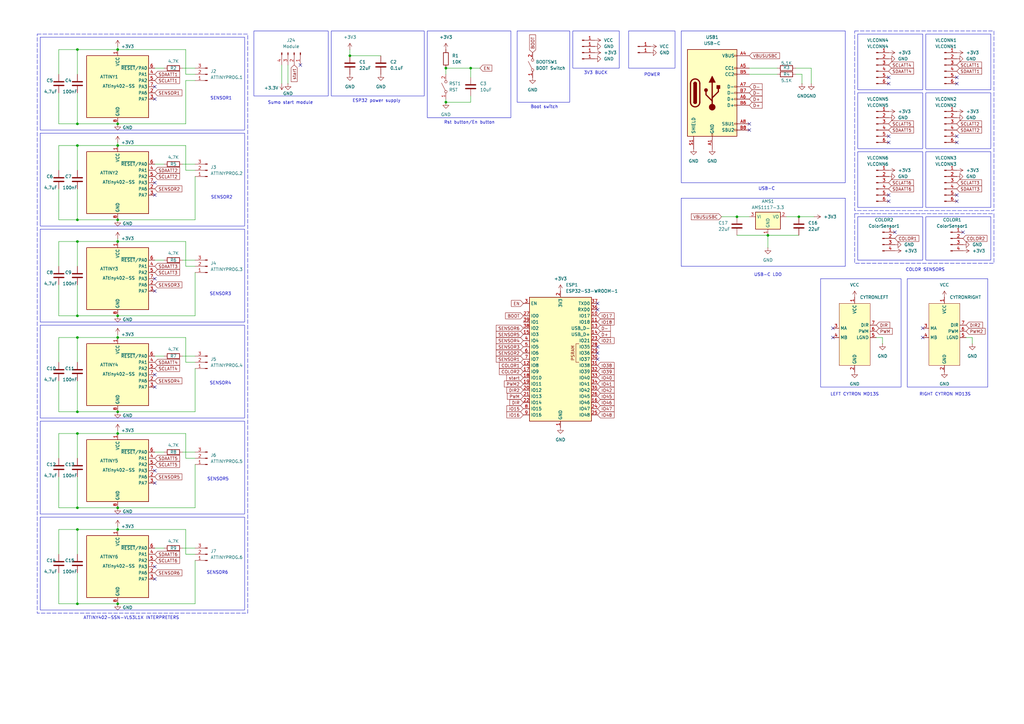
<source format=kicad_sch>
(kicad_sch (version 20250114) (generator "eeschema") (generator_version "9.0")
  (paper "A3")
  (lib_symbols
    (symbol "Connector:Conn_01x01_Pin" (pin_names (offset 1.016) (hide yes))
      (property "Reference" "J" (at 0 2.54 0))
      (property "Value" "Conn_01x01_Pin" (at 0 -2.54 0))
      (symbol "Conn_01x01_Pin_1_1"
        (pin passive line (at 5.08 0 180) (length 3.81) (name "Pin_1") (number "1"))
      )
    )
    (symbol "Connector:Conn_01x03_Pin" (pin_names (offset 1.016) (hide yes))
      (property "Reference" "J" (at 0 5.08 0))
      (property "Value" "Conn_01x03_Pin" (at 0 -5.08 0))
      (symbol "Conn_01x03_Pin_1_1"
        (pin passive line (at 5.08 2.54 180) (length 3.81) (name "Pin_1") (number "1"))
        (pin passive line (at 5.08 0 180) (length 3.81) (name "Pin_2") (number "2"))
        (pin passive line (at 5.08 -2.54 180) (length 3.81) (name "Pin_3") (number "3"))
      )
    )
    (symbol "Connector:Conn_01x04_Pin" (pin_names (offset 1.016) (hide yes))
      (property "Reference" "J" (at 0 5.08 0))
      (property "Value" "Conn_01x04_Pin" (at 0 -7.62 0))
      (symbol "Conn_01x04_Pin_1_1"
        (pin passive line (at 5.08 2.54 180) (length 3.81) (name "Pin_1") (number "1"))
        (pin passive line (at 5.08 0 180) (length 3.81) (name "Pin_2") (number "2"))
        (pin passive line (at 5.08 -2.54 180) (length 3.81) (name "Pin_3") (number "3"))
        (pin passive line (at 5.08 -5.08 180) (length 3.81) (name "Pin_4") (number "4"))
      )
    )
    (symbol "Connector:Conn_01x06_Pin" (pin_names (offset 1.016) (hide yes))
      (property "Reference" "J" (at 0 7.62 0))
      (property "Value" "Conn_01x06_Pin" (at 0 -10.16 0))
      (symbol "Conn_01x06_Pin_1_1"
        (pin passive line (at 5.08 5.08 180) (length 3.81) (name "Pin_1") (number "1"))
        (pin passive line (at 5.08 2.54 180) (length 3.81) (name "Pin_2") (number "2"))
        (pin passive line (at 5.08 0 180) (length 3.81) (name "Pin_3") (number "3"))
        (pin passive line (at 5.08 -2.54 180) (length 3.81) (name "Pin_4") (number "4"))
        (pin passive line (at 5.08 -5.08 180) (length 3.81) (name "Pin_5") (number "5"))
        (pin passive line (at 5.08 -7.62 180) (length 3.81) (name "Pin_6") (number "6"))
      )
    )
    (symbol "Connector:USB_C_Receptacle_USB2.0_16P" (pin_names (offset 1.016))
      (property "Reference" "J" (at 0 22.225 0))
      (property "Value" "USB_C_Receptacle_USB2.0_16P" (at 0 19.685 0))
      (symbol "USB_C_Receptacle_USB2.0_16P_1_1"
        (pin passive line (at -7.62 -22.86 90) (length 5.08) (name "SHIELD") (number "S1"))
        (pin passive line (at 0 -22.86 90) (length 5.08) (name "GND") (number "A1"))
        (pin passive line (at 0 -22.86 90) (length 5.08) (hide yes) (name "GND") (number "A12"))
        (pin passive line (at 0 -22.86 90) (length 5.08) (hide yes) (name "GND") (number "B1"))
        (pin passive line (at 0 -22.86 90) (length 5.08) (hide yes) (name "GND") (number "B12"))
        (pin passive line (at 15.24 15.24 180) (length 5.08) (name "VBUS") (number "A4"))
        (pin passive line (at 15.24 15.24 180) (length 5.08) (hide yes) (name "VBUS") (number "A9"))
        (pin passive line (at 15.24 15.24 180) (length 5.08) (hide yes) (name "VBUS") (number "B4"))
        (pin passive line (at 15.24 15.24 180) (length 5.08) (hide yes) (name "VBUS") (number "B9"))
        (pin bidirectional line (at 15.24 10.16 180) (length 5.08) (name "CC1") (number "A5"))
        (pin bidirectional line (at 15.24 7.62 180) (length 5.08) (name "CC2") (number "B5"))
        (pin bidirectional line (at 15.24 2.54 180) (length 5.08) (name "D-") (number "A7"))
        (pin bidirectional line (at 15.24 0 180) (length 5.08) (name "D-") (number "B7"))
        (pin bidirectional line (at 15.24 -2.54 180) (length 5.08) (name "D+") (number "A6"))
        (pin bidirectional line (at 15.24 -5.08 180) (length 5.08) (name "D+") (number "B6"))
        (pin bidirectional line (at 15.24 -12.7 180) (length 5.08) (name "SBU1") (number "A8"))
        (pin bidirectional line (at 15.24 -15.24 180) (length 5.08) (name "SBU2") (number "B8"))
      )
    )
    (symbol "Device:C" (pin_numbers (hide yes)) (pin_names (offset 0.254))
      (property "Reference" "C" (at 0.635 2.54 0))
      (property "Value" "C" (at 0.635 -2.54 0))
      (symbol "C_1_1"
        (pin passive line (at 0 3.81 270) (length 2.794) (name "~") (number "1"))
        (pin passive line (at 0 -3.81 90) (length 2.794) (name "~") (number "2"))
      )
    )
    (symbol "Device:R" (pin_numbers (hide yes)) (pin_names (offset 0))
      (property "Reference" "R" (at 2.032 0 90))
      (property "Value" "R" (at 0 0 90))
      (symbol "R_1_1"
        (pin passive line (at 0 3.81 270) (length 1.27) (name "~") (number "1"))
        (pin passive line (at 0 -3.81 90) (length 1.27) (name "~") (number "2"))
      )
    )
    (symbol "MCU_Microchip_ATtiny:ATtiny402-SS"
      (property "Reference" "U" (at -12.7 13.97 0))
      (property "Value" "ATtiny402-SS" (at 2.54 -13.97 0))
      (symbol "ATtiny402-SS_1_1"
        (pin power_in line (at 0 15.24 270) (length 2.54) (name "VCC") (number "1"))
        (pin power_in line (at 0 -15.24 90) (length 2.54) (name "GND") (number "8"))
        (pin bidirectional line (at 15.24 7.62 180) (length 2.54) (name "~{RESET}/PA0") (number "6"))
        (pin bidirectional line (at 15.24 5.08 180) (length 2.54) (name "PA1") (number "4"))
        (pin bidirectional line (at 15.24 2.54 180) (length 2.54) (name "PA2") (number "5"))
        (pin bidirectional line (at 15.24 0 180) (length 2.54) (name "PA3") (number "7"))
        (pin bidirectional line (at 15.24 -2.54 180) (length 2.54) (name "PA6") (number "2"))
        (pin bidirectional line (at 15.24 -5.08 180) (length 2.54) (name "PA7") (number "3"))
      )
    )
    (symbol "RF_Module:ESP32-S3-WROOM-1"
      (property "Reference" "U" (at -12.7 26.67 0))
      (property "Value" "ESP32-S3-WROOM-1" (at 12.7 26.67 0))
      (symbol "ESP32-S3-WROOM-1_0_0"
        (text "PSRAM" (at 5.08 2.54 900) (effects (font (size 1.27 1.27))))
      )
      (symbol "ESP32-S3-WROOM-1_1_1"
        (pin input line (at -15.24 22.86 0) (length 2.54) (name "EN") (number "3"))
        (pin bidirectional line (at -15.24 17.78 0) (length 2.54) (name "IO0") (number "27"))
        (pin bidirectional line (at -15.24 15.24 0) (length 2.54) (name "IO1") (number "39"))
        (pin bidirectional line (at -15.24 12.7 0) (length 2.54) (name "IO2") (number "38"))
        (pin bidirectional line (at -15.24 10.16 0) (length 2.54) (name "IO3") (number "15"))
        (pin bidirectional line (at -15.24 7.62 0) (length 2.54) (name "IO4") (number "4"))
        (pin bidirectional line (at -15.24 5.08 0) (length 2.54) (name "IO5") (number "5"))
        (pin bidirectional line (at -15.24 2.54 0) (length 2.54) (name "IO6") (number "6"))
        (pin bidirectional line (at -15.24 0 0) (length 2.54) (name "IO7") (number "7"))
        (pin bidirectional line (at -15.24 -2.54 0) (length 2.54) (name "IO8") (number "12"))
        (pin bidirectional line (at -15.24 -5.08 0) (length 2.54) (name "IO9") (number "17"))
        (pin bidirectional line (at -15.24 -7.62 0) (length 2.54) (name "IO10") (number "18"))
        (pin bidirectional line (at -15.24 -10.16 0) (length 2.54) (name "IO11") (number "19"))
        (pin bidirectional line (at -15.24 -12.7 0) (length 2.54) (name "IO12") (number "20"))
        (pin bidirectional line (at -15.24 -15.24 0) (length 2.54) (name "IO13") (number "21"))
        (pin bidirectional line (at -15.24 -17.78 0) (length 2.54) (name "IO14") (number "22"))
        (pin bidirectional line (at -15.24 -20.32 0) (length 2.54) (name "IO15") (number "8"))
        (pin bidirectional line (at -15.24 -22.86 0) (length 2.54) (name "IO16") (number "9"))
        (pin power_in line (at 0 27.94 270) (length 2.54) (name "3V3") (number "2"))
        (pin power_in line (at 0 -27.94 90) (length 2.54) (name "GND") (number "1"))
        (pin passive line (at 0 -27.94 90) (length 2.54) (hide yes) (name "GND") (number "40"))
        (pin passive line (at 0 -27.94 90) (length 2.54) (hide yes) (name "GND") (number "41"))
        (pin bidirectional line (at 15.24 22.86 180) (length 2.54) (name "TXD0") (number "37"))
        (pin bidirectional line (at 15.24 20.32 180) (length 2.54) (name "RXD0") (number "36"))
        (pin bidirectional line (at 15.24 17.78 180) (length 2.54) (name "IO17") (number "10"))
        (pin bidirectional line (at 15.24 15.24 180) (length 2.54) (name "IO18") (number "11"))
        (pin bidirectional line (at 15.24 12.7 180) (length 2.54) (name "USB_D-") (number "13"))
        (pin bidirectional line (at 15.24 10.16 180) (length 2.54) (name "USB_D+") (number "14"))
        (pin bidirectional line (at 15.24 7.62 180) (length 2.54) (name "IO21") (number "23"))
        (pin bidirectional line (at 15.24 5.08 180) (length 2.54) (name "IO35") (number "28"))
        (pin bidirectional line (at 15.24 2.54 180) (length 2.54) (name "IO36") (number "29"))
        (pin bidirectional line (at 15.24 0 180) (length 2.54) (name "IO37") (number "30"))
        (pin bidirectional line (at 15.24 -2.54 180) (length 2.54) (name "IO38") (number "31"))
        (pin bidirectional line (at 15.24 -5.08 180) (length 2.54) (name "IO39") (number "32"))
        (pin bidirectional line (at 15.24 -7.62 180) (length 2.54) (name "IO40") (number "33"))
        (pin bidirectional line (at 15.24 -10.16 180) (length 2.54) (name "IO41") (number "34"))
        (pin bidirectional line (at 15.24 -12.7 180) (length 2.54) (name "IO42") (number "35"))
        (pin bidirectional line (at 15.24 -15.24 180) (length 2.54) (name "IO45") (number "26"))
        (pin bidirectional line (at 15.24 -17.78 180) (length 2.54) (name "IO46") (number "16"))
        (pin bidirectional line (at 15.24 -20.32 180) (length 2.54) (name "IO47") (number "24"))
        (pin bidirectional line (at 15.24 -22.86 180) (length 2.54) (name "IO48") (number "25"))
      )
    )
    (symbol "Regulator_Linear:AMS1117-3.3"
      (property "Reference" "U" (at -3.81 3.175 0))
      (property "Value" "AMS1117-3.3" (at 0 3.175 0))
      (symbol "AMS1117-3.3_1_1"
        (pin power_in line (at -7.62 0 0) (length 2.54) (name "VI") (number "3"))
        (pin power_in line (at 0 -7.62 90) (length 2.54) (name "GND") (number "1"))
        (pin power_out line (at 7.62 0 180) (length 2.54) (name "VO") (number "2"))
      )
    )
    (symbol "SumoLibrary:MD13SCYT"
      (property "Reference" "U" (at 0 0 0))
      (symbol "MD13SCYT_1_1"
        (pin bidirectional line (at -8.89 2.54 0) (length 2.54) (name "MA") (number "3"))
        (pin bidirectional line (at -8.89 -1.27 0) (length 2.54) (name "MB") (number "4"))
        (pin power_in line (at 0 15.24 270) (length 2.54) (name "VCC") (number "1"))
        (pin power_in line (at 0 -15.24 90) (length 2.54) (name "GND") (number "2"))
        (pin bidirectional line (at 8.89 3.81 180) (length 2.54) (name "DIR") (number "7"))
        (pin bidirectional line (at 8.89 1.27 180) (length 2.54) (name "PWM") (number "6"))
        (pin bidirectional line (at 8.89 -1.27 180) (length 2.54) (name "LGND") (number "5"))
      )
    )
    (symbol "Switch:SW_SPST" (pin_names (offset 0) (hide yes))
      (property "Reference" "SW" (at 0 3.175 0))
      (property "Value" "SW_SPST" (at 0 -2.54 0))
      (symbol "SW_SPST_1_1"
        (pin passive line (at -5.08 0 0) (length 2.54) (name "A") (number "1"))
        (pin passive line (at 5.08 0 180) (length 2.54) (name "B") (number "2"))
      )
    )
    (symbol "power:+3.3V" (power) (pin_numbers (hide yes)) (pin_names (offset 0) (hide yes))
      (property "Value" "+3.3V" (at 0 3.556 0))
      (symbol "+3.3V_1_1"
        (pin power_in line (at 0 0 90) (length 0) (name "~") (number "1"))
      )
    )
    (symbol "power:+3V3" (power) (pin_numbers (hide yes)) (pin_names (offset 0) (hide yes))
      (property "Value" "+3V3" (at 0 3.556 0))
      (symbol "+3V3_1_1"
        (pin power_in line (at 0 0 90) (length 0) (name "~") (number "1"))
      )
    )
    (symbol "power:GND" (power) (pin_numbers (hide yes)) (pin_names (offset 0) (hide yes))
      (property "Value" "GND" (at 0 -3.81 0))
      (symbol "GND_1_1"
        (pin power_in line (at 0 0 270) (length 0) (name "~") (number "1"))
      )
    )
    (symbol "power:VCC" (power) (pin_numbers (hide yes)) (pin_names (offset 0) (hide yes))
      (property "Value" "VCC" (at 0 3.556 0))
      (symbol "VCC_1_1"
        (pin power_in line (at 0 0 90) (length 0) (name "~") (number "1"))
      )
    )
  )
  (rectangle (start 336.55 114.3) (end 369.57 158.75))
  (rectangle (start 379.73 62.23) (end 406.4 85.09))
  (rectangle (start 15.24 13.97) (end 101.6 251.46) (stroke (width 0) (type dash)))
  (rectangle (start 16.51 54.61) (end 100.33 92.71))
  (rectangle (start 135.89 12.7) (end 173.99 39.37))
  (rectangle (start 234.95 12.7) (end 254 27.94))
  (rectangle (start 257.81 12.7) (end 276.86 27.94))
  (rectangle (start 16.51 172.72) (end 100.33 210.82))
  (rectangle (start 379.73 88.9) (end 406.4 106.68))
  (rectangle (start 16.51 212.09) (end 100.33 250.19))
  (rectangle (start 351.79 13.97) (end 378.46 36.83))
  (rectangle (start 379.73 13.97) (end 406.4 36.83))
  (rectangle (start 279.4 12.7) (end 346.71 74.93))
  (rectangle (start 351.79 62.23) (end 378.46 85.09))
  (rectangle (start 212.09 12.7) (end 233.68 41.91))
  (rectangle (start 350.52 87.63) (end 407.67 107.95) (stroke (width 0) (type dash)))
  (rectangle (start 16.51 133.35) (end 100.33 171.45))
  (rectangle (start 175.26 12.7) (end 209.55 48.26))
  (rectangle (start 372.11 114.3) (end 405.13 158.75))
  (rectangle (start 350.52 12.7) (end 407.67 86.36) (stroke (width 0) (type dash)))
  (rectangle (start 351.79 38.1) (end 378.46 60.96))
  (rectangle (start 279.4 81.28) (end 346.71 109.22))
  (rectangle (start 16.51 93.98) (end 100.33 132.08))
  (rectangle (start 379.73 38.1) (end 406.4 60.96))
  (rectangle (start 351.79 88.9) (end 378.46 106.68))
  (rectangle (start 16.51 15.24) (end 100.33 53.34))
  (rectangle (start 104.14 12.7) (end 134.62 39.37))
  (text "ESP32 power supply\n" (at 154.432 41.402 0) (effects (font (size 1.27 1.27))))
  (text "POWER\n" (at 267.462 30.734 0) (effects (font (size 1.27 1.27))))
  (text "3V3 BUCK\n" (at 244.348 29.972 0) (effects (font (size 1.27 1.27))))
  (text "Rst button/En button\n" (at 192.532 50.292 0) (effects (font (size 1.27 1.27))))
  (text "USB-C LDO\n" (at 314.96 112.776 0) (effects (font (size 1.27 1.27))))
  (text "Sumo start module\n" (at 119.126 42.164 0) (effects (font (size 1.27 1.27))))
  (text "SENSOR5\n\n\n\n" (at 89.408 199.644 0) (effects (font (size 1.27 1.27))))
  (text "USB-C\n" (at 314.452 77.47 0) (effects (font (size 1.27 1.27))))
  (text "SENSOR4\n\n\n" (at 90.424 159.258 0) (effects (font (size 1.27 1.27))))
  (text "RIGHT CYTRON MD13S" (at 387.604 161.798 0) (effects (font (size 1.27 1.27))))
  (text "Boot switch\n" (at 223.266 43.942 0) (effects (font (size 1.27 1.27))))
  (text "LEFT CYTRON MD13S" (at 350.52 161.798 0) (effects (font (size 1.27 1.27))))
  (text "SENSOR1\n" (at 90.678 40.386 0) (effects (font (size 1.27 1.27))))
  (text "COLOR SENSORS\n" (at 379.476 110.744 0) (effects (font (size 1.27 1.27))))
  (text "ATTINY402-SSN-VL53L1X INTERPRETERS" (at 53.848 253.492 0) (effects (font (size 1.27 1.27))))
  (text "SENSOR2\n\n" (at 90.932 82.042 0) (effects (font (size 1.27 1.27))))
  (text "SENSOR6\n\n\n\n\n" (at 89.154 239.014 0) (effects (font (size 1.27 1.27))))
  (text "SENSOR3\n\n" (at 90.424 121.666 0) (effects (font (size 1.27 1.27))))
  (junction (at 48.26 59.69))
  (junction (at 31.75 50.8))
  (junction (at 31.75 208.28))
  (junction (at 48.26 129.54))
  (junction (at 182.88 41.91))
  (junction (at 182.88 27.94))
  (junction (at 48.26 20.32))
  (junction (at 31.75 217.17))
  (junction (at 31.75 247.65))
  (junction (at 48.26 208.28))
  (junction (at 31.75 59.69))
  (junction (at 327.66 88.9))
  (junction (at 31.75 177.8))
  (junction (at 48.26 99.06))
  (junction (at 31.75 90.17))
  (junction (at 48.26 138.43))
  (junction (at 48.26 217.17))
  (junction (at 31.75 20.32))
  (junction (at 48.26 90.17))
  (junction (at 31.75 168.91))
  (junction (at 193.04 27.94))
  (junction (at 31.75 138.43))
  (junction (at 48.26 177.8))
  (junction (at 31.75 99.06))
  (junction (at 48.26 168.91))
  (junction (at 143.51 22.86))
  (junction (at 48.26 50.8))
  (junction (at 48.26 247.65))
  (junction (at 302.26 88.9))
  (junction (at 31.75 129.54))
  (junction (at 314.96 96.52))
  (no_connect (at 63.5 237.49))
  (no_connect (at 364.49 82.55))
  (no_connect (at 364.49 31.75))
  (no_connect (at 245.11 124.46))
  (no_connect (at 394.97 95.25))
  (no_connect (at 245.11 147.32))
  (no_connect (at 341.63 134.62))
  (no_connect (at 378.46 134.62))
  (no_connect (at 63.5 119.38))
  (no_connect (at 63.5 80.01))
  (no_connect (at 123.19 26.67))
  (no_connect (at 367.03 95.25))
  (no_connect (at 245.11 142.24))
  (no_connect (at 245.11 144.78))
  (no_connect (at 364.49 58.42))
  (no_connect (at 392.43 58.42))
  (no_connect (at 63.5 198.12))
  (no_connect (at 63.5 114.3))
  (no_connect (at 307.34 50.8))
  (no_connect (at 378.46 138.43))
  (no_connect (at 392.43 80.01))
  (no_connect (at 245.11 127))
  (no_connect (at 307.34 53.34))
  (no_connect (at 392.43 82.55))
  (no_connect (at 63.5 193.04))
  (no_connect (at 63.5 40.64))
  (no_connect (at 341.63 138.43))
  (no_connect (at 364.49 34.29))
  (no_connect (at 364.49 80.01))
  (no_connect (at 392.43 31.75))
  (no_connect (at 63.5 35.56))
  (no_connect (at 63.5 158.75))
  (no_connect (at 63.5 232.41))
  (no_connect (at 63.5 74.93))
  (no_connect (at 392.43 34.29))
  (no_connect (at 392.43 55.88))
  (no_connect (at 63.5 153.67))
  (no_connect (at 364.49 55.88))
  (wire (pts (xy 48.26 59.69) (xy 76.2 59.69)))
  (wire (pts (xy 182.88 27.94) (xy 193.04 27.94)))
  (wire (pts (xy 48.26 177.8) (xy 76.2 177.8)))
  (wire (pts (xy 31.75 90.17) (xy 31.75 77.47)))
  (wire (pts (xy 182.88 41.91) (xy 182.88 40.64)))
  (wire (pts (xy 24.13 38.1) (xy 24.13 50.8)))
  (wire (pts (xy 24.13 69.85) (xy 24.13 59.69)))
  (wire (pts (xy 193.04 27.94) (xy 196.85 27.94)))
  (wire (pts (xy 24.13 217.17) (xy 31.75 217.17)))
  (wire (pts (xy 31.75 20.32) (xy 48.26 20.32)))
  (wire (pts (xy 143.51 22.86) (xy 156.21 22.86)))
  (wire (pts (xy 31.75 208.28) (xy 31.75 195.58)))
  (wire (pts (xy 31.75 168.91) (xy 31.75 156.21)))
  (wire (pts (xy 76.2 217.17) (xy 76.2 227.33)))
  (wire (pts (xy 24.13 99.06) (xy 31.75 99.06)))
  (wire (pts (xy 31.75 187.96) (xy 31.75 177.8)))
  (wire (pts (xy 63.5 185.42) (xy 67.31 185.42)))
  (wire (pts (xy 193.04 39.37) (xy 193.04 41.91)))
  (wire (pts (xy 31.75 148.59) (xy 31.75 138.43)))
  (wire (pts (xy 48.26 137.16) (xy 48.26 138.43)))
  (wire (pts (xy 80.01 90.17) (xy 80.01 72.39)))
  (wire (pts (xy 24.13 247.65) (xy 31.75 247.65)))
  (wire (pts (xy 31.75 217.17) (xy 48.26 217.17)))
  (wire (pts (xy 74.93 106.68) (xy 80.01 106.68)))
  (wire (pts (xy 24.13 109.22) (xy 24.13 99.06)))
  (wire (pts (xy 74.93 224.79) (xy 80.01 224.79)))
  (wire (pts (xy 48.26 97.79) (xy 48.26 99.06)))
  (wire (pts (xy 24.13 208.28) (xy 31.75 208.28)))
  (wire (pts (xy 182.88 30.48) (xy 182.88 27.94)))
  (wire (pts (xy 48.26 208.28) (xy 31.75 208.28)))
  (wire (pts (xy 24.13 148.59) (xy 24.13 138.43)))
  (wire (pts (xy 76.2 177.8) (xy 76.2 187.96)))
  (wire (pts (xy 48.26 168.91) (xy 31.75 168.91)))
  (wire (pts (xy 31.75 177.8) (xy 48.26 177.8)))
  (wire (pts (xy 63.5 27.94) (xy 67.31 27.94)))
  (wire (pts (xy 48.26 19.05) (xy 48.26 20.32)))
  (wire (pts (xy 115.57 26.67) (xy 115.57 34.29)))
  (wire (pts (xy 24.13 168.91) (xy 31.75 168.91)))
  (wire (pts (xy 48.26 90.17) (xy 80.01 90.17)))
  (wire (pts (xy 48.26 129.54) (xy 31.75 129.54)))
  (wire (pts (xy 24.13 129.54) (xy 31.75 129.54)))
  (wire (pts (xy 76.2 99.06) (xy 76.2 109.22)))
  (wire (pts (xy 302.26 88.9) (xy 307.34 88.9)))
  (wire (pts (xy 193.04 41.91) (xy 182.88 41.91)))
  (wire (pts (xy 143.51 20.32) (xy 143.51 22.86)))
  (wire (pts (xy 31.75 30.48) (xy 31.75 20.32)))
  (wire (pts (xy 31.75 50.8) (xy 31.75 38.1)))
  (wire (pts (xy 74.93 67.31) (xy 80.01 67.31)))
  (wire (pts (xy 326.39 27.94) (xy 332.74 27.94)))
  (wire (pts (xy 31.75 69.85) (xy 31.75 59.69)))
  (wire (pts (xy 24.13 50.8) (xy 31.75 50.8)))
  (wire (pts (xy 24.13 156.21) (xy 24.13 168.91)))
  (wire (pts (xy 31.75 247.65) (xy 31.75 234.95)))
  (wire (pts (xy 48.26 217.17) (xy 76.2 217.17)))
  (wire (pts (xy 295.91 88.9) (xy 302.26 88.9)))
  (wire (pts (xy 24.13 187.96) (xy 24.13 177.8)))
  (wire (pts (xy 302.26 96.52) (xy 314.96 96.52)))
  (wire (pts (xy 76.2 30.48) (xy 80.01 30.48)))
  (wire (pts (xy 48.26 215.9) (xy 48.26 217.17)))
  (wire (pts (xy 76.2 59.69) (xy 76.2 69.85)))
  (wire (pts (xy 118.11 34.29) (xy 118.11 26.67)))
  (wire (pts (xy 332.74 27.94) (xy 332.74 34.29)))
  (wire (pts (xy 63.5 146.05) (xy 67.31 146.05)))
  (wire (pts (xy 74.93 146.05) (xy 80.01 146.05)))
  (wire (pts (xy 48.26 20.32) (xy 76.2 20.32)))
  (wire (pts (xy 80.01 168.91) (xy 80.01 151.13)))
  (wire (pts (xy 24.13 90.17) (xy 31.75 90.17)))
  (wire (pts (xy 24.13 20.32) (xy 31.75 20.32)))
  (wire (pts (xy 80.01 247.65) (xy 80.01 229.87)))
  (wire (pts (xy 326.39 30.48) (xy 328.93 30.48)))
  (wire (pts (xy 24.13 116.84) (xy 24.13 129.54)))
  (wire (pts (xy 48.26 247.65) (xy 31.75 247.65)))
  (wire (pts (xy 24.13 77.47) (xy 24.13 90.17)))
  (wire (pts (xy 80.01 208.28) (xy 80.01 190.5)))
  (wire (pts (xy 31.75 59.69) (xy 48.26 59.69)))
  (wire (pts (xy 76.2 69.85) (xy 80.01 69.85)))
  (wire (pts (xy 80.01 33.02) (xy 76.2 33.02)))
  (wire (pts (xy 63.5 106.68) (xy 67.31 106.68)))
  (wire (pts (xy 24.13 234.95) (xy 24.13 247.65)))
  (wire (pts (xy 48.26 50.8) (xy 31.75 50.8)))
  (wire (pts (xy 24.13 177.8) (xy 31.75 177.8)))
  (wire (pts (xy 31.75 227.33) (xy 31.75 217.17)))
  (wire (pts (xy 48.26 168.91) (xy 80.01 168.91)))
  (wire (pts (xy 76.2 20.32) (xy 76.2 30.48)))
  (wire (pts (xy 24.13 195.58) (xy 24.13 208.28)))
  (wire (pts (xy 48.26 176.53) (xy 48.26 177.8)))
  (wire (pts (xy 48.26 99.06) (xy 76.2 99.06)))
  (wire (pts (xy 322.58 88.9) (xy 327.66 88.9)))
  (wire (pts (xy 318.77 27.94) (xy 307.34 27.94)))
  (wire (pts (xy 359.41 138.43) (xy 361.95 138.43)))
  (wire (pts (xy 76.2 33.02) (xy 76.2 50.8)))
  (wire (pts (xy 48.26 247.65) (xy 80.01 247.65)))
  (wire (pts (xy 314.96 96.52) (xy 314.96 101.6)))
  (wire (pts (xy 24.13 30.48) (xy 24.13 20.32)))
  (wire (pts (xy 318.77 30.48) (xy 307.34 30.48)))
  (wire (pts (xy 24.13 227.33) (xy 24.13 217.17)))
  (wire (pts (xy 48.26 58.42) (xy 48.26 59.69)))
  (wire (pts (xy 74.93 185.42) (xy 80.01 185.42)))
  (wire (pts (xy 76.2 109.22) (xy 80.01 109.22)))
  (wire (pts (xy 48.26 90.17) (xy 31.75 90.17)))
  (wire (pts (xy 193.04 27.94) (xy 193.04 31.75)))
  (wire (pts (xy 328.93 30.48) (xy 328.93 34.29)))
  (wire (pts (xy 361.95 138.43) (xy 361.95 140.97)))
  (wire (pts (xy 396.24 138.43) (xy 398.78 138.43)))
  (wire (pts (xy 63.5 224.79) (xy 67.31 224.79)))
  (wire (pts (xy 76.2 50.8) (xy 48.26 50.8)))
  (wire (pts (xy 74.93 27.94) (xy 80.01 27.94)))
  (wire (pts (xy 76.2 138.43) (xy 76.2 148.59)))
  (wire (pts (xy 76.2 148.59) (xy 80.01 148.59)))
  (wire (pts (xy 48.26 208.28) (xy 80.01 208.28)))
  (wire (pts (xy 31.75 138.43) (xy 48.26 138.43)))
  (wire (pts (xy 80.01 129.54) (xy 80.01 111.76)))
  (wire (pts (xy 24.13 59.69) (xy 31.75 59.69)))
  (wire (pts (xy 24.13 138.43) (xy 31.75 138.43)))
  (wire (pts (xy 76.2 227.33) (xy 80.01 227.33)))
  (wire (pts (xy 314.96 96.52) (xy 327.66 96.52)))
  (wire (pts (xy 398.78 138.43) (xy 398.78 140.97)))
  (wire (pts (xy 31.75 109.22) (xy 31.75 99.06)))
  (wire (pts (xy 48.26 138.43) (xy 76.2 138.43)))
  (wire (pts (xy 31.75 99.06) (xy 48.26 99.06)))
  (wire (pts (xy 76.2 187.96) (xy 80.01 187.96)))
  (wire (pts (xy 31.75 129.54) (xy 31.75 116.84)))
  (wire (pts (xy 63.5 67.31) (xy 67.31 67.31)))
  (wire (pts (xy 327.66 88.9) (xy 334.01 88.9)))
  (wire (pts (xy 48.26 129.54) (xy 80.01 129.54)))
  (global_label "D+" (shape input) (at 307.34 43.18 0) (property "Intersheetrefs" "${INTERSHEET_REFS}" (effects (hide yes))))
  (global_label "COLOR1" (shape input) (at 214.63 149.86 180) (property "Intersheetrefs" "${INTERSHEET_REFS}" (effects (hide yes))))
  (global_label "SDAATT3" (shape input) (at 392.43 77.47 0) (property "Intersheetrefs" "${INTERSHEET_REFS}" (effects (hide yes))))
  (global_label "SENSOR1" (shape input) (at 214.63 147.32 180) (property "Intersheetrefs" "${INTERSHEET_REFS}" (effects (hide yes))))
  (global_label "SENSOR4" (shape input) (at 214.63 139.7 180) (property "Intersheetrefs" "${INTERSHEET_REFS}" (effects (hide yes))))
  (global_label "SENSOR2" (shape input) (at 214.63 144.78 180) (property "Intersheetrefs" "${INTERSHEET_REFS}" (effects (hide yes))))
  (global_label "start" (shape input) (at 214.63 154.94 180) (property "Intersheetrefs" "${INTERSHEET_REFS}" (effects (hide yes))))
  (global_label "IO15" (shape input) (at 214.63 167.64 180) (property "Intersheetrefs" "${INTERSHEET_REFS}" (effects (hide yes))))
  (global_label "SCLATT4" (shape input) (at 364.49 26.67 0) (property "Intersheetrefs" "${INTERSHEET_REFS}" (effects (hide yes))))
  (global_label "IO21" (shape input) (at 245.11 139.7 0) (property "Intersheetrefs" "${INTERSHEET_REFS}" (effects (hide yes))))
  (global_label "SCLATT4" (shape input) (at 63.5 151.13 0) (property "Intersheetrefs" "${INTERSHEET_REFS}" (effects (hide yes))))
  (global_label "SCLATT3" (shape input) (at 392.43 74.93 0) (property "Intersheetrefs" "${INTERSHEET_REFS}" (effects (hide yes))))
  (global_label "SDAATT4" (shape input) (at 364.49 29.21 0) (property "Intersheetrefs" "${INTERSHEET_REFS}" (effects (hide yes))))
  (global_label "SCLATT6" (shape input) (at 364.49 74.93 0) (property "Intersheetrefs" "${INTERSHEET_REFS}" (effects (hide yes))))
  (global_label "D+" (shape input) (at 245.11 137.16 0) (property "Intersheetrefs" "${INTERSHEET_REFS}" (effects (hide yes))))
  (global_label "D+" (shape input) (at 307.34 40.64 0) (property "Intersheetrefs" "${INTERSHEET_REFS}" (effects (hide yes))))
  (global_label "IO45" (shape input) (at 245.11 162.56 0) (property "Intersheetrefs" "${INTERSHEET_REFS}" (effects (hide yes))))
  (global_label "IO42" (shape input) (at 245.11 160.02 0) (property "Intersheetrefs" "${INTERSHEET_REFS}" (effects (hide yes))))
  (global_label "SCLATT3" (shape input) (at 63.5 111.76 0) (property "Intersheetrefs" "${INTERSHEET_REFS}" (effects (hide yes))))
  (global_label "SCLATT2" (shape input) (at 63.5 72.39 0) (property "Intersheetrefs" "${INTERSHEET_REFS}" (effects (hide yes))))
  (global_label "SCLATT1" (shape input) (at 63.5 33.02 0) (property "Intersheetrefs" "${INTERSHEET_REFS}" (effects (hide yes))))
  (global_label "IO39" (shape input) (at 245.11 152.4 0) (property "Intersheetrefs" "${INTERSHEET_REFS}" (effects (hide yes))))
  (global_label "SENSOR6" (shape input) (at 63.5 234.95 0) (property "Intersheetrefs" "${INTERSHEET_REFS}" (effects (hide yes))))
  (global_label "SCLATT1" (shape input) (at 392.43 26.67 0) (property "Intersheetrefs" "${INTERSHEET_REFS}" (effects (hide yes))))
  (global_label "DIR" (shape input) (at 214.63 165.1 180) (property "Intersheetrefs" "${INTERSHEET_REFS}" (effects (hide yes))))
  (global_label "SDAATT5" (shape input) (at 364.49 53.34 0) (property "Intersheetrefs" "${INTERSHEET_REFS}" (effects (hide yes))))
  (global_label "SDAATT2" (shape input) (at 392.43 53.34 0) (property "Intersheetrefs" "${INTERSHEET_REFS}" (effects (hide yes))))
  (global_label "PWM" (shape input) (at 214.63 162.56 180) (property "Intersheetrefs" "${INTERSHEET_REFS}" (effects (hide yes))))
  (global_label "PWM2" (shape input) (at 214.63 157.48 180) (property "Intersheetrefs" "${INTERSHEET_REFS}" (effects (hide yes))))
  (global_label "IO40" (shape input) (at 245.11 154.94 0) (property "Intersheetrefs" "${INTERSHEET_REFS}" (effects (hide yes))))
  (global_label "VBUSUSBC" (shape input) (at 295.91 88.9 180) (property "Intersheetrefs" "${INTERSHEET_REFS}" (effects (hide yes))))
  (global_label "SDAATT6" (shape input) (at 63.5 227.33 0) (property "Intersheetrefs" "${INTERSHEET_REFS}" (effects (hide yes))))
  (global_label "SDAATT4" (shape input) (at 63.5 148.59 0) (property "Intersheetrefs" "${INTERSHEET_REFS}" (effects (hide yes))))
  (global_label "IO18" (shape input) (at 245.11 132.08 0) (property "Intersheetrefs" "${INTERSHEET_REFS}" (effects (hide yes))))
  (global_label "D-" (shape input) (at 307.34 38.1 0) (property "Intersheetrefs" "${INTERSHEET_REFS}" (effects (hide yes))))
  (global_label "SENSOR4" (shape input) (at 63.5 156.21 0) (property "Intersheetrefs" "${INTERSHEET_REFS}" (effects (hide yes))))
  (global_label "IO17" (shape input) (at 245.11 129.54 0) (property "Intersheetrefs" "${INTERSHEET_REFS}" (effects (hide yes))))
  (global_label "D-" (shape input) (at 245.11 134.62 0) (property "Intersheetrefs" "${INTERSHEET_REFS}" (effects (hide yes))))
  (global_label "IO16" (shape input) (at 214.63 170.18 180) (property "Intersheetrefs" "${INTERSHEET_REFS}" (effects (hide yes))))
  (global_label "SDAATT1" (shape input) (at 392.43 29.21 0) (property "Intersheetrefs" "${INTERSHEET_REFS}" (effects (hide yes))))
  (global_label "SCLATT2" (shape input) (at 392.43 50.8 0) (property "Intersheetrefs" "${INTERSHEET_REFS}" (effects (hide yes))))
  (global_label "BOOT" (shape input) (at 218.44 21.59 90) (property "Intersheetrefs" "${INTERSHEET_REFS}" (effects (hide yes))))
  (global_label "IO41" (shape input) (at 245.11 157.48 0) (property "Intersheetrefs" "${INTERSHEET_REFS}" (effects (hide yes))))
  (global_label "IO38" (shape input) (at 245.11 149.86 0) (property "Intersheetrefs" "${INTERSHEET_REFS}" (effects (hide yes))))
  (global_label "SDAATT6" (shape input) (at 364.49 77.47 0) (property "Intersheetrefs" "${INTERSHEET_REFS}" (effects (hide yes))))
  (global_label "SCLATT5" (shape input) (at 63.5 190.5 0) (property "Intersheetrefs" "${INTERSHEET_REFS}" (effects (hide yes))))
  (global_label "IO47" (shape input) (at 245.11 167.64 0) (property "Intersheetrefs" "${INTERSHEET_REFS}" (effects (hide yes))))
  (global_label "SENSOR5" (shape input) (at 63.5 195.58 0) (property "Intersheetrefs" "${INTERSHEET_REFS}" (effects (hide yes))))
  (global_label "SDAATT1" (shape input) (at 63.5 30.48 0) (property "Intersheetrefs" "${INTERSHEET_REFS}" (effects (hide yes))))
  (global_label "SENSOR6" (shape input) (at 214.63 134.62 180) (property "Intersheetrefs" "${INTERSHEET_REFS}" (effects (hide yes))))
  (global_label "IO46" (shape input) (at 245.11 165.1 0) (property "Intersheetrefs" "${INTERSHEET_REFS}" (effects (hide yes))))
  (global_label "BOOT" (shape input) (at 214.63 129.54 180) (property "Intersheetrefs" "${INTERSHEET_REFS}" (effects (hide yes))))
  (global_label "SENSOR5" (shape input) (at 214.63 137.16 180) (property "Intersheetrefs" "${INTERSHEET_REFS}" (effects (hide yes))))
  (global_label "PWM2" (shape input) (at 396.24 135.89 0) (property "Intersheetrefs" "${INTERSHEET_REFS}" (effects (hide yes))))
  (global_label "SDAATT5" (shape input) (at 63.5 187.96 0) (property "Intersheetrefs" "${INTERSHEET_REFS}" (effects (hide yes))))
  (global_label "SENSOR3" (shape input) (at 214.63 142.24 180) (property "Intersheetrefs" "${INTERSHEET_REFS}" (effects (hide yes))))
  (global_label "SDAATT3" (shape input) (at 63.5 109.22 0) (property "Intersheetrefs" "${INTERSHEET_REFS}" (effects (hide yes))))
  (global_label "SCLATT6" (shape input) (at 63.5 229.87 0) (property "Intersheetrefs" "${INTERSHEET_REFS}" (effects (hide yes))))
  (global_label "D-" (shape input) (at 307.34 35.56 0) (property "Intersheetrefs" "${INTERSHEET_REFS}" (effects (hide yes))))
  (global_label "IO48" (shape input) (at 245.11 170.18 0) (property "Intersheetrefs" "${INTERSHEET_REFS}" (effects (hide yes))))
  (global_label "VBUSUSBC" (shape input) (at 307.34 22.86 0) (property "Intersheetrefs" "${INTERSHEET_REFS}" (effects (hide yes))))
  (global_label "DIR" (shape input) (at 359.41 133.35 0) (property "Intersheetrefs" "${INTERSHEET_REFS}" (effects (hide yes))))
  (global_label "PWM" (shape input) (at 359.41 135.89 0) (property "Intersheetrefs" "${INTERSHEET_REFS}" (effects (hide yes))))
  (global_label "start" (shape input) (at 120.65 26.67 270) (property "Intersheetrefs" "${INTERSHEET_REFS}" (effects (hide yes))))
  (global_label "COLOR2" (shape input) (at 214.63 152.4 180) (property "Intersheetrefs" "${INTERSHEET_REFS}" (effects (hide yes))))
  (global_label "DIR2" (shape input) (at 396.24 133.35 0) (property "Intersheetrefs" "${INTERSHEET_REFS}" (effects (hide yes))))
  (global_label "DIR2" (shape input) (at 214.63 160.02 180) (property "Intersheetrefs" "${INTERSHEET_REFS}" (effects (hide yes))))
  (global_label "COLOR1" (shape input) (at 367.03 97.79 0) (property "Intersheetrefs" "${INTERSHEET_REFS}" (effects (hide yes))))
  (global_label "EN" (shape input) (at 214.63 124.46 180) (property "Intersheetrefs" "${INTERSHEET_REFS}" (effects (hide yes))))
  (global_label "SENSOR2" (shape input) (at 63.5 77.47 0) (property "Intersheetrefs" "${INTERSHEET_REFS}" (effects (hide yes))))
  (global_label "SENSOR3" (shape input) (at 63.5 116.84 0) (property "Intersheetrefs" "${INTERSHEET_REFS}" (effects (hide yes))))
  (global_label "SENSOR1" (shape input) (at 63.5 38.1 0) (property "Intersheetrefs" "${INTERSHEET_REFS}" (effects (hide yes))))
  (global_label "SDAATT2" (shape input) (at 63.5 69.85 0) (property "Intersheetrefs" "${INTERSHEET_REFS}" (effects (hide yes))))
  (global_label "SCLATT5" (shape input) (at 364.49 50.8 0) (property "Intersheetrefs" "${INTERSHEET_REFS}" (effects (hide yes))))
  (global_label "EN" (shape input) (at 196.85 27.94 0) (property "Intersheetrefs" "${INTERSHEET_REFS}" (effects (hide yes))))
  (global_label "COLOR2" (shape input) (at 394.97 97.79 0) (property "Intersheetrefs" "${INTERSHEET_REFS}" (effects (hide yes))))
  (symbol (lib_id "power:+3V3") (at 392.43 69.85 270) (unit 1)
    (property "Reference" "#PWR022" (effects (hide yes)))
    (property "Value" "+3V3" (at 396.24 69.8499 90) (effects (justify left)))
    (property "Description" "Power symbol creates a global label with name \"+3V3\"" (effects (hide yes)))
  )
  (symbol (lib_id "Connector:Conn_01x03_Pin") (at 85.09 30.48 180) (unit 1)
    (property "Reference" "J2" (at 86.36 29.2099 0) (effects (justify right)))
    (property "Value" "ATTINYPROG.1" (at 86.36 31.7499 0) (effects (justify right)))
    (property "Footprint" "Connector_JST:JST_EH_B3B-EH-A_1x03_P2.50mm_Vertical" (effects (hide yes)))
    (property "Description" "Generic connector, single row, 01x03, script generated" (effects (hide yes)))
  )
  (symbol (lib_id "power:GND") (at 328.93 34.29 0) (unit 1)
    (property "Reference" "#PWR01" (effects (hide yes)))
    (property "Value" "GND" (at 328.93 39.37 0))
    (property "Description" "Power symbol creates a global label with name \"GND\" , ground" (effects (hide yes)))
  )
  (symbol (lib_id "power:+3V3") (at 48.26 176.53 0) (unit 1)
    (property "Reference" "#PWR036" (effects (hide yes)))
    (property "Value" "+3V3" (at 52.324 176.53 0))
    (property "Description" "Power symbol creates a global label with name \"+3V3\"" (effects (hide yes)))
  )
  (symbol (lib_id "Device:C") (at 302.26 92.71 0) (unit 1)
    (property "Reference" "C17" (at 294.64 91.44 0) (effects (justify left)))
    (property "Value" "22uF" (at 294.64 93.98 0) (effects (justify left)))
    (property "Footprint" "Capacitor_SMD:C_0805_2012Metric" (effects (hide yes)))
    (property "Description" "Unpolarized capacitor" (effects (hide yes)))
  )
  (symbol (lib_id "power:GND") (at 314.96 101.6 0) (unit 1)
    (property "Reference" "#PWR055" (effects (hide yes)))
    (property "Value" "GND" (at 314.96 106.68 0))
    (property "Description" "Power symbol creates a global label with name \"GND\" , ground" (effects (hide yes)))
  )
  (symbol (lib_id "Regulator_Linear:AMS1117-3.3") (at 314.96 88.9 0) (unit 1)
    (property "Reference" "AMS1" (at 314.96 82.55 0))
    (property "Value" "AMS1117-3.3" (at 314.96 85.09 0))
    (property "Footprint" "Package_TO_SOT_SMD:SOT-223-3_TabPin2" (effects (hide yes)))
    (property "Datasheet" "http://www.advanced-monolithic.com/pdf/ds1117.pdf" (effects (hide yes)))
    (property "Description" "1A Low Dropout regulator, positive, 3.3V fixed output, SOT-223" (effects (hide yes)))
  )
  (symbol (lib_id "Device:C") (at 327.66 92.71 0) (unit 1)
    (property "Reference" "C16" (at 331.47 91.4399 0) (effects (justify left)))
    (property "Value" "22uF" (at 331.47 93.9799 0) (effects (justify left)))
    (property "Footprint" "Capacitor_SMD:C_0805_2012Metric" (effects (hide yes)))
    (property "Description" "Unpolarized capacitor" (effects (hide yes)))
  )
  (symbol (lib_id "power:+3V3") (at 48.26 19.05 0) (unit 1)
    (property "Reference" "#PWR032" (effects (hide yes)))
    (property "Value" "+3V3" (at 52.324 19.05 0))
    (property "Description" "Power symbol creates a global label with name \"+3V3\"" (effects (hide yes)))
  )
  (symbol (lib_id "Device:R") (at 322.58 27.94 90) (unit 1)
    (property "Reference" "R3" (at 322.58 27.686 90))
    (property "Value" "5.1K" (at 322.58 25.908 90))
    (property "Footprint" "Resistor_SMD:R_0805_2012Metric" (effects (hide yes)))
    (property "Description" "Resistor" (effects (hide yes)))
  )
  (symbol (lib_id "power:+3V3") (at 367.03 102.87 270) (unit 1)
    (property "Reference" "#PWR038" (effects (hide yes)))
    (property "Value" "+3V3" (at 370.84 102.8699 90) (effects (justify left)))
    (property "Description" "Power symbol creates a global label with name \"+3V3\"" (effects (hide yes)))
  )
  (symbol (lib_id "MCU_Microchip_ATtiny:ATtiny402-SS") (at 48.26 114.3 0) (unit 1)
    (property "Reference" "ATTINY3" (at 48.514 110.236 0) (effects (justify right)))
    (property "Value" "ATtiny402-SS" (at 55.372 114.046 0) (effects (justify right)))
    (property "Footprint" "Package_SO:SOIC-8_3.9x4.9mm_P1.27mm" (effects (hide yes)))
    (property "Datasheet" "http://ww1.microchip.com/downloads/en/DeviceDoc/ATtiny202-402-AVR-MCU-with-Core-Independent-Peripherals_and-picoPower-40001969A.pdf" (effects (hide yes)))
    (property "Description" "20MHz, 4kB Flash, 256B SRAM, 128B EEPROM, SOIC-8" (effects (hide yes)))
  )
  (symbol (lib_id "power:GND") (at 392.43 24.13 90) (unit 1)
    (property "Reference" "#PWR027" (effects (hide yes)))
    (property "Value" "GND" (at 396.24 24.1299 90) (effects (justify right)))
    (property "Description" "Power symbol creates a global label with name \"GND\" , ground" (effects (hide yes)))
  )
  (symbol (lib_id "Connector:Conn_01x06_Pin") (at 387.35 74.93 0) (unit 1)
    (property "Reference" "VLCONN3" (at 387.985 64.77 0))
    (property "Value" "VLCONN3" (at 387.985 67.31 0))
    (property "Footprint" "Connector_JST:JST_EH_B6B-EH-A_1x06_P2.50mm_Vertical" (effects (hide yes)))
    (property "Description" "Generic connector, single row, 01x06, script generated" (effects (hide yes)))
  )
  (symbol (lib_id "Connector:Conn_01x03_Pin") (at 85.09 227.33 180) (unit 1)
    (property "Reference" "J7" (at 86.36 226.0599 0) (effects (justify right)))
    (property "Value" "ATTINYPROG.6" (at 86.36 228.5999 0) (effects (justify right)))
    (property "Footprint" "Connector_JST:JST_EH_B3B-EH-A_1x03_P2.50mm_Vertical" (effects (hide yes)))
    (property "Description" "Generic connector, single row, 01x03, script generated" (effects (hide yes)))
  )
  (symbol (lib_id "Device:R") (at 71.12 185.42 90) (unit 1)
    (property "Reference" "R8" (at 71.12 185.42 90))
    (property "Value" "4.7K" (at 71.12 182.626 90))
    (property "Footprint" "Resistor_SMD:R_0805_2012Metric" (effects (hide yes)))
    (property "Description" "Resistor" (effects (hide yes)))
  )
  (symbol (lib_id "Device:C") (at 31.75 73.66 0) (unit 1)
    (property "Reference" "C7" (at 26.67 72.39 0) (effects (justify left)))
    (property "Value" "100nF" (at 25.654 76.962 0) (effects (justify left)))
    (property "Footprint" "Capacitor_SMD:C_0805_2012Metric" (effects (hide yes)))
    (property "Description" "Unpolarized capacitor" (effects (hide yes)))
  )
  (symbol (lib_id "Switch:SW_SPST") (at 182.88 35.56 90) (unit 1)
    (property "Reference" "RST1" (at 184.15 34.2899 90) (effects (justify right)))
    (property "Value" "RST" (at 184.15 36.8299 90) (effects (justify right)))
    (property "Footprint" "Button_Switch_SMD:SW_SPST_FSMSM" (effects (hide yes)))
    (property "Description" "Single Pole Single Throw (SPST) switch" (effects (hide yes)))
  )
  (symbol (lib_id "MCU_Microchip_ATtiny:ATtiny402-SS") (at 48.26 74.93 0) (unit 1)
    (property "Reference" "ATTINY2" (at 48.514 70.866 0) (effects (justify right)))
    (property "Value" "ATtiny402-SS" (at 55.372 74.676 0) (effects (justify right)))
    (property "Footprint" "Package_SO:SOIC-8_3.9x4.9mm_P1.27mm" (effects (hide yes)))
    (property "Datasheet" "http://ww1.microchip.com/downloads/en/DeviceDoc/ATtiny202-402-AVR-MCU-with-Core-Independent-Peripherals_and-picoPower-40001969A.pdf" (effects (hide yes)))
    (property "Description" "20MHz, 4kB Flash, 256B SRAM, 128B EEPROM, SOIC-8" (effects (hide yes)))
  )
  (symbol (lib_id "Connector:Conn_01x06_Pin") (at 359.41 74.93 0) (unit 1)
    (property "Reference" "VLCONN6" (at 360.045 64.77 0))
    (property "Value" "VLCONN6" (at 360.045 67.31 0))
    (property "Footprint" "Connector_JST:JST_EH_B6B-EH-A_1x06_P2.50mm_Vertical" (effects (hide yes)))
    (property "Description" "Generic connector, single row, 01x06, script generated" (effects (hide yes)))
  )
  (symbol (lib_id "Device:C") (at 31.75 231.14 0) (unit 1)
    (property "Reference" "C15" (at 26.67 229.87 0) (effects (justify left)))
    (property "Value" "100nF" (at 25.654 234.442 0) (effects (justify left)))
    (property "Footprint" "Capacitor_SMD:C_0805_2012Metric" (effects (hide yes)))
    (property "Description" "Unpolarized capacitor" (effects (hide yes)))
  )
  (symbol (lib_id "power:GND") (at 292.1 60.96 0) (unit 1)
    (property "Reference" "#PWR03" (effects (hide yes)))
    (property "Value" "GND" (at 292.1 66.04 0))
    (property "Description" "Power symbol creates a global label with name \"GND\" , ground" (effects (hide yes)))
  )
  (symbol (lib_id "SumoLibrary:MD13SCYT") (at 387.35 137.16 0) (unit 1)
    (property "Reference" "Left-Cytron1" (effects (hide yes)))
    (property "Value" "CYTRONRIGHT" (at 389.4933 121.92 0) (effects (justify left)))
    (property "Footprint" "SumoLibrary:MD13S-Poprawione" (effects (hide yes)))
  )
  (symbol (lib_id "power:+3.3V") (at 115.57 34.29 180) (unit 1)
    (property "Reference" "#PWR042" (effects (hide yes)))
    (property "Value" "+3.3V" (at 111.252 36.068 0))
    (property "Description" "Power symbol creates a global label with name \"+3.3V\"" (effects (hide yes)))
  )
  (symbol (lib_id "Device:C") (at 31.75 191.77 0) (unit 1)
    (property "Reference" "C13" (at 26.67 190.5 0) (effects (justify left)))
    (property "Value" "100nF" (at 25.654 195.072 0) (effects (justify left)))
    (property "Footprint" "Capacitor_SMD:C_0805_2012Metric" (effects (hide yes)))
    (property "Description" "Unpolarized capacitor" (effects (hide yes)))
  )
  (symbol (lib_id "power:GND") (at 243.84 24.13 90) (unit 1)
    (property "Reference" "#PWR015" (effects (hide yes)))
    (property "Value" "GND" (at 247.65 24.1299 90) (effects (justify right)))
    (property "Description" "Power symbol creates a global label with name \"GND\" , ground" (effects (hide yes)))
  )
  (symbol (lib_id "Device:R") (at 182.88 24.13 0) (unit 1)
    (property "Reference" "R1" (at 185.42 22.8599 0) (effects (justify left)))
    (property "Value" "10K" (at 185.42 25.3999 0) (effects (justify left)))
    (property "Footprint" "Resistor_SMD:R_0805_2012Metric" (effects (hide yes)))
    (property "Description" "Resistor" (effects (hide yes)))
  )
  (symbol (lib_id "power:GND") (at 361.95 140.97 0) (unit 1)
    (property "Reference" "#PWR047" (effects (hide yes)))
    (property "Value" "GND" (at 361.95 146.05 0))
    (property "Description" "Power symbol creates a global label with name \"GND\" , ground" (effects (hide yes)))
  )
  (symbol (lib_id "power:GND") (at 364.49 24.13 90) (unit 1)
    (property "Reference" "#PWR026" (effects (hide yes)))
    (property "Value" "GND" (at 368.3 24.1299 90) (effects (justify right)))
    (property "Description" "Power symbol creates a global label with name \"GND\" , ground" (effects (hide yes)))
  )
  (symbol (lib_id "power:+3V3") (at 182.88 20.32 0) (unit 1)
    (property "Reference" "#PWR04" (effects (hide yes)))
    (property "Value" "+3V3" (at 182.88 15.24 0))
    (property "Description" "Power symbol creates a global label with name \"+3V3\"" (effects (hide yes)))
  )
  (symbol (lib_id "power:GND") (at 387.35 152.4 0) (unit 1)
    (property "Reference" "#PWR050" (effects (hide yes)))
    (property "Value" "GND" (at 387.35 157.48 0))
    (property "Description" "Power symbol creates a global label with name \"GND\" , ground" (effects (hide yes)))
  )
  (symbol (lib_id "power:GND") (at 48.26 168.91 0) (unit 1)
    (property "Reference" "#PWR018" (effects (hide yes)))
    (property "Value" "GND" (at 52.324 170.434 0))
    (property "Description" "Power symbol creates a global label with name \"GND\" , ground" (effects (hide yes)))
  )
  (symbol (lib_id "power:+3V3") (at 48.26 137.16 0) (unit 1)
    (property "Reference" "#PWR035" (effects (hide yes)))
    (property "Value" "+3V3" (at 52.324 137.16 0))
    (property "Description" "Power symbol creates a global label with name \"+3V3\"" (effects (hide yes)))
  )
  (symbol (lib_id "power:GND") (at 48.26 247.65 0) (unit 1)
    (property "Reference" "#PWR053" (effects (hide yes)))
    (property "Value" "GND" (at 52.324 249.174 0))
    (property "Description" "Power symbol creates a global label with name \"GND\" , ground" (effects (hide yes)))
  )
  (symbol (lib_id "power:+3V3") (at 364.49 45.72 270) (unit 1)
    (property "Reference" "#PWR024" (effects (hide yes)))
    (property "Value" "+3V3" (at 368.3 45.7199 90) (effects (justify left)))
    (property "Description" "Power symbol creates a global label with name \"+3V3\"" (effects (hide yes)))
  )
  (symbol (lib_id "Device:C") (at 24.13 113.03 0) (unit 1)
    (property "Reference" "C8" (at 19.05 111.76 0) (effects (justify left)))
    (property "Value" "4.7uF" (at 18.034 116.332 0) (effects (justify left)))
    (property "Footprint" "Capacitor_SMD:C_0805_2012Metric" (effects (hide yes)))
    (property "Description" "Unpolarized capacitor" (effects (hide yes)))
  )
  (symbol (lib_id "Device:C") (at 24.13 73.66 0) (unit 1)
    (property "Reference" "C6" (at 19.05 72.39 0) (effects (justify left)))
    (property "Value" "4.7uF" (at 18.034 76.962 0) (effects (justify left)))
    (property "Footprint" "Capacitor_SMD:C_0805_2012Metric" (effects (hide yes)))
    (property "Description" "Unpolarized capacitor" (effects (hide yes)))
  )
  (symbol (lib_id "Connector:Conn_01x06_Pin") (at 359.41 50.8 0) (unit 1)
    (property "Reference" "VLCONN5" (at 360.045 40.64 0))
    (property "Value" "VLCONN5" (at 360.045 43.18 0))
    (property "Footprint" "Connector_JST:JST_EH_B6B-EH-A_1x06_P2.50mm_Vertical" (effects (hide yes)))
    (property "Description" "Generic connector, single row, 01x06, script generated" (effects (hide yes)))
  )
  (symbol (lib_id "Device:C") (at 24.13 34.29 0) (unit 1)
    (property "Reference" "C5" (at 19.05 33.02 0) (effects (justify left)))
    (property "Value" "4.7uF" (at 18.034 37.592 0) (effects (justify left)))
    (property "Footprint" "Capacitor_SMD:C_0805_2012Metric" (effects (hide yes)))
    (property "Description" "Unpolarized capacitor" (effects (hide yes)))
  )
  (symbol (lib_id "power:GND") (at 392.43 48.26 90) (unit 1)
    (property "Reference" "#PWR028" (effects (hide yes)))
    (property "Value" "GND" (at 396.24 48.2599 90) (effects (justify right)))
    (property "Description" "Power symbol creates a global label with name \"GND\" , ground" (effects (hide yes)))
  )
  (symbol (lib_id "Device:C") (at 31.75 152.4 0) (unit 1)
    (property "Reference" "C11" (at 26.67 151.13 0) (effects (justify left)))
    (property "Value" "100nF" (at 25.654 155.702 0) (effects (justify left)))
    (property "Footprint" "Capacitor_SMD:C_0805_2012Metric" (effects (hide yes)))
    (property "Description" "Unpolarized capacitor" (effects (hide yes)))
  )
  (symbol (lib_id "Connector:Conn_01x01_Pin") (at 261.62 19.05 0) (unit 1)
    (property "Reference" "VCC2" (effects (hide yes)))
    (property "Value" "3V3" (effects (hide yes)))
    (property "Footprint" "Connector_Wire:SolderWirePad_1x01_SMD_5x10mm" (effects (hide yes)))
    (property "Description" "Generic connector, single row, 01x01, script generated" (effects (hide yes)))
  )
  (symbol (lib_id "Connector:Conn_01x03_Pin") (at 85.09 69.85 180) (unit 1)
    (property "Reference" "J3" (at 86.36 68.5799 0) (effects (justify right)))
    (property "Value" "ATTINYPROG.2" (at 86.36 71.1199 0) (effects (justify right)))
    (property "Footprint" "Connector_JST:JST_EH_B3B-EH-A_1x03_P2.50mm_Vertical" (effects (hide yes)))
    (property "Description" "Generic connector, single row, 01x03, script generated" (effects (hide yes)))
  )
  (symbol (lib_id "Device:R") (at 322.58 30.48 90) (unit 1)
    (property "Reference" "R4" (at 322.58 30.48 90))
    (property "Value" "5.1K" (at 322.58 33.02 90))
    (property "Footprint" "Resistor_SMD:R_0805_2012Metric" (effects (hide yes)))
    (property "Description" "Resistor" (effects (hide yes)))
  )
  (symbol (lib_id "Connector:Conn_01x01_Pin") (at 238.76 24.13 0) (unit 1)
    (property "Reference" "J17" (effects (hide yes)))
    (property "Value" "3V3" (effects (hide yes)))
    (property "Footprint" "Connector_PinHeader_2.54mm:PinHeader_1x01_P2.54mm_Vertical" (effects (hide yes)))
    (property "Description" "Generic connector, single row, 01x01, script generated" (effects (hide yes)))
  )
  (symbol (lib_id "power:GND") (at 350.52 152.4 0) (unit 1)
    (property "Reference" "#PWR045" (effects (hide yes)))
    (property "Value" "GND" (at 350.52 157.48 0))
    (property "Description" "Power symbol creates a global label with name \"GND\" , ground" (effects (hide yes)))
  )
  (symbol (lib_id "power:+3V3") (at 48.26 58.42 0) (unit 1)
    (property "Reference" "#PWR033" (effects (hide yes)))
    (property "Value" "+3V3" (at 52.324 58.42 0))
    (property "Description" "Power symbol creates a global label with name \"+3V3\"" (effects (hide yes)))
  )
  (symbol (lib_id "power:GND") (at 118.11 34.29 0) (unit 1)
    (property "Reference" "#PWR043" (effects (hide yes)))
    (property "Value" "GND" (at 118.11 38.354 0))
    (property "Description" "Power symbol creates a global label with name \"GND\" , ground" (effects (hide yes)))
  )
  (symbol (lib_id "Device:C") (at 193.04 35.56 0) (unit 1)
    (property "Reference" "C3" (at 196.85 34.2899 0) (effects (justify left)))
    (property "Value" "10uF" (at 196.85 36.8299 0) (effects (justify left)))
    (property "Footprint" "Capacitor_SMD:C_0805_2012Metric" (effects (hide yes)))
    (property "Description" "Unpolarized capacitor" (effects (hide yes)))
  )
  (symbol (lib_id "power:+3V3") (at 364.49 21.59 270) (unit 1)
    (property "Reference" "#PWR025" (effects (hide yes)))
    (property "Value" "+3V3" (at 368.3 21.5899 90) (effects (justify left)))
    (property "Description" "Power symbol creates a global label with name \"+3V3\"" (effects (hide yes)))
  )
  (symbol (lib_id "power:VCC") (at 266.7 19.05 270) (unit 1)
    (property "Reference" "#PWR051" (effects (hide yes)))
    (property "Value" "VCC" (at 270.51 19.0499 90) (effects (justify left)))
    (property "Description" "Power symbol creates a global label with name \"VCC\"" (effects (hide yes)))
  )
  (symbol (lib_id "Device:C") (at 24.13 191.77 0) (unit 1)
    (property "Reference" "C12" (at 19.05 190.5 0) (effects (justify left)))
    (property "Value" "4.7uF" (at 18.034 195.072 0) (effects (justify left)))
    (property "Footprint" "Capacitor_SMD:C_0805_2012Metric" (effects (hide yes)))
    (property "Description" "Unpolarized capacitor" (effects (hide yes)))
  )
  (symbol (lib_id "power:GND") (at 182.88 41.91 0) (unit 1)
    (property "Reference" "#PWR08" (effects (hide yes)))
    (property "Value" "GND" (at 182.88 46.99 0))
    (property "Description" "Power symbol creates a global label with name \"GND\" , ground" (effects (hide yes)))
  )
  (symbol (lib_id "power:VCC") (at 243.84 16.51 270) (unit 1)
    (property "Reference" "#PWR012" (effects (hide yes)))
    (property "Value" "VCC" (at 247.65 16.5099 90) (effects (justify left)))
    (property "Description" "Power symbol creates a global label with name \"VCC\"" (effects (hide yes)))
  )
  (symbol (lib_id "SumoLibrary:MD13SCYT") (at 350.52 137.16 0) (unit 1)
    (property "Reference" "Right-Cytron1" (effects (hide yes)))
    (property "Value" "CYTRONLEFT" (at 352.6633 121.92 0) (effects (justify left)))
    (property "Footprint" "SumoLibrary:MD13S-Poprawione" (effects (hide yes)))
  )
  (symbol (lib_id "power:+3V3") (at 392.43 45.72 270) (unit 1)
    (property "Reference" "#PWR021" (effects (hide yes)))
    (property "Value" "+3V3" (at 396.24 45.7199 90) (effects (justify left)))
    (property "Description" "Power symbol creates a global label with name \"+3V3\"" (effects (hide yes)))
  )
  (symbol (lib_id "power:GND") (at 143.51 30.48 0) (unit 1)
    (property "Reference" "#PWR05" (effects (hide yes)))
    (property "Value" "GND" (at 143.51 35.56 0))
    (property "Description" "Power symbol creates a global label with name \"GND\" , ground" (effects (hide yes)))
  )
  (symbol (lib_id "MCU_Microchip_ATtiny:ATtiny402-SS") (at 48.26 193.04 0) (unit 1)
    (property "Reference" "ATTINY5" (at 48.514 188.976 0) (effects (justify right)))
    (property "Value" "ATtiny402-SS" (at 55.372 192.786 0) (effects (justify right)))
    (property "Footprint" "Package_SO:SOIC-8_3.9x4.9mm_P1.27mm" (effects (hide yes)))
    (property "Datasheet" "http://ww1.microchip.com/downloads/en/DeviceDoc/ATtiny202-402-AVR-MCU-with-Core-Independent-Peripherals_and-picoPower-40001969A.pdf" (effects (hide yes)))
    (property "Description" "20MHz, 4kB Flash, 256B SRAM, 128B EEPROM, SOIC-8" (effects (hide yes)))
  )
  (symbol (lib_id "MCU_Microchip_ATtiny:ATtiny402-SS") (at 48.26 232.41 0) (unit 1)
    (property "Reference" "ATTINY6" (at 48.514 228.346 0) (effects (justify right)))
    (property "Value" "ATtiny402-SS" (at 55.372 232.156 0) (effects (justify right)))
    (property "Footprint" "Package_SO:SOIC-8_3.9x4.9mm_P1.27mm" (effects (hide yes)))
    (property "Datasheet" "http://ww1.microchip.com/downloads/en/DeviceDoc/ATtiny202-402-AVR-MCU-with-Core-Independent-Peripherals_and-picoPower-40001969A.pdf" (effects (hide yes)))
    (property "Description" "20MHz, 4kB Flash, 256B SRAM, 128B EEPROM, SOIC-8" (effects (hide yes)))
  )
  (symbol (lib_id "power:GND") (at 364.49 72.39 90) (unit 1)
    (property "Reference" "#PWR030" (effects (hide yes)))
    (property "Value" "GND" (at 368.3 72.3899 90) (effects (justify right)))
    (property "Description" "Power symbol creates a global label with name \"GND\" , ground" (effects (hide yes)))
  )
  (symbol (lib_id "power:VCC") (at 387.35 121.92 0) (unit 1)
    (property "Reference" "#PWR049" (effects (hide yes)))
    (property "Value" "VCC" (at 387.35 116.84 0))
    (property "Description" "Power symbol creates a global label with name \"VCC\"" (effects (hide yes)))
  )
  (symbol (lib_id "power:GND") (at 48.26 50.8 0) (unit 1)
    (property "Reference" "#PWR011" (effects (hide yes)))
    (property "Value" "GND" (at 52.324 52.324 0))
    (property "Description" "Power symbol creates a global label with name \"GND\" , ground" (effects (hide yes)))
  )
  (symbol (lib_id "power:GND") (at 48.26 129.54 0) (unit 1)
    (property "Reference" "#PWR017" (effects (hide yes)))
    (property "Value" "GND" (at 52.324 131.064 0))
    (property "Description" "Power symbol creates a global label with name \"GND\" , ground" (effects (hide yes)))
  )
  (symbol (lib_id "power:GND") (at 364.49 48.26 90) (unit 1)
    (property "Reference" "#PWR029" (effects (hide yes)))
    (property "Value" "GND" (at 368.3 48.2599 90) (effects (justify right)))
    (property "Description" "Power symbol creates a global label with name \"GND\" , ground" (effects (hide yes)))
  )
  (symbol (lib_id "MCU_Microchip_ATtiny:ATtiny402-SS") (at 48.26 35.56 0) (unit 1)
    (property "Reference" "ATTINY1" (at 48.514 31.496 0) (effects (justify right)))
    (property "Value" "ATtiny402-SS" (at 55.372 35.306 0) (effects (justify right)))
    (property "Footprint" "Package_SO:SOIC-8_3.9x4.9mm_P1.27mm" (effects (hide yes)))
    (property "Datasheet" "http://ww1.microchip.com/downloads/en/DeviceDoc/ATtiny202-402-AVR-MCU-with-Core-Independent-Peripherals_and-picoPower-40001969A.pdf" (effects (hide yes)))
    (property "Description" "20MHz, 4kB Flash, 256B SRAM, 128B EEPROM, SOIC-8" (effects (hide yes)))
  )
  (symbol (lib_id "Connector:Conn_01x04_Pin") (at 361.95 97.79 0) (unit 1)
    (property "Reference" "COLOR2" (at 362.585 90.17 0))
    (property "Value" "ColorSensor1" (at 362.585 92.71 0))
    (property "Footprint" "Connector_JST:JST_EH_B4B-EH-A_1x04_P2.50mm_Vertical" (effects (hide yes)))
    (property "Description" "Generic connector, single row, 01x04, script generated" (effects (hide yes)))
  )
  (symbol (lib_id "Connector:Conn_01x06_Pin") (at 387.35 50.8 0) (unit 1)
    (property "Reference" "VLCONN2" (at 387.985 40.64 0))
    (property "Value" "VLCONN2" (at 387.985 43.18 0))
    (property "Footprint" "Connector_JST:JST_EH_B6B-EH-A_1x06_P2.50mm_Vertical" (effects (hide yes)))
    (property "Description" "Generic connector, single row, 01x06, script generated" (effects (hide yes)))
  )
  (symbol (lib_id "power:+3V3") (at 243.84 21.59 270) (unit 1)
    (property "Reference" "#PWR014" (effects (hide yes)))
    (property "Value" "+3V3" (at 247.65 21.5899 90) (effects (justify left)))
    (property "Description" "Power symbol creates a global label with name \"+3V3\"" (effects (hide yes)))
  )
  (symbol (lib_id "power:GND") (at 392.43 72.39 90) (unit 1)
    (property "Reference" "#PWR031" (effects (hide yes)))
    (property "Value" "GND" (at 396.24 72.3899 90) (effects (justify right)))
    (property "Description" "Power symbol creates a global label with name \"GND\" , ground" (effects (hide yes)))
  )
  (symbol (lib_id "Connector:USB_C_Receptacle_USB2.0_16P") (at 292.1 38.1 0) (unit 1)
    (property "Reference" "USB1" (at 292.1 15.24 0))
    (property "Value" "USB-C" (at 292.1 17.78 0))
    (property "Footprint" "Connector_USB:USB_C_Receptacle_GCT_USB4105-xx-A_16P_TopMnt_Horizontal" (effects (hide yes)))
    (property "Datasheet" "https://www.usb.org/sites/default/files/documents/usb_type-c.zip" (effects (hide yes)))
    (property "Description" "USB 2.0-only 16P Type-C Receptacle connector" (effects (hide yes)))
  )
  (symbol (lib_id "power:GND") (at 284.48 60.96 0) (unit 1)
    (property "Reference" "#PWR010" (effects (hide yes)))
    (property "Value" "GND" (at 284.48 66.04 0))
    (property "Description" "Power symbol creates a global label with name \"GND\" , ground" (effects (hide yes)))
  )
  (symbol (lib_id "Device:R") (at 71.12 67.31 90) (unit 1)
    (property "Reference" "R5" (at 71.12 67.31 90))
    (property "Value" "4.7K" (at 71.12 64.516 90))
    (property "Footprint" "Resistor_SMD:R_0805_2012Metric" (effects (hide yes)))
    (property "Description" "Resistor" (effects (hide yes)))
  )
  (symbol (lib_id "RF_Module:ESP32-S3-WROOM-1") (at 229.87 147.32 0) (unit 1)
    (property "Reference" "ESP1" (at 232.0133 116.84 0) (effects (justify left)))
    (property "Value" "ESP32-S3-WROOM-1" (at 232.0133 119.38 0) (effects (justify left)))
    (property "Footprint" "PCM_Espressif:ESP32-S3-WROOM-1U" (effects (hide yes)))
    (property "Datasheet" "https://www.espressif.com/sites/default/files/documentation/esp32-s3-wroom-1_wroom-1u_datasheet_en.pdf" (effects (hide yes)))
    (property "Description" "RF Module, ESP32-S3 SoC, Wi-Fi 802.11b/g/n, Bluetooth, BLE, 32-bit, 3.3V, onboard antenna, SMD" (effects (hide yes)))
  )
  (symbol (lib_id "power:+3V3") (at 48.26 215.9 0) (unit 1)
    (property "Reference" "#PWR037" (effects (hide yes)))
    (property "Value" "+3V3" (at 52.324 215.9 0))
    (property "Description" "Power symbol creates a global label with name \"+3V3\"" (effects (hide yes)))
  )
  (symbol (lib_id "Connector:Conn_01x01_Pin") (at 261.62 21.59 0) (unit 1)
    (property "Reference" "GND1" (effects (hide yes)))
    (property "Value" "3V3" (effects (hide yes)))
    (property "Footprint" "Connector_Wire:SolderWirePad_1x01_SMD_5x10mm" (effects (hide yes)))
    (property "Description" "Generic connector, single row, 01x01, script generated" (effects (hide yes)))
  )
  (symbol (lib_id "power:GND") (at 243.84 19.05 90) (unit 1)
    (property "Reference" "#PWR013" (effects (hide yes)))
    (property "Value" "GND" (at 247.65 19.0499 90) (effects (justify right)))
    (property "Description" "Power symbol creates a global label with name \"GND\" , ground" (effects (hide yes)))
  )
  (symbol (lib_id "power:GND") (at 367.03 100.33 90) (unit 1)
    (property "Reference" "#PWR039" (effects (hide yes)))
    (property "Value" "GND" (at 370.84 100.3299 90) (effects (justify right)))
    (property "Description" "Power symbol creates a global label with name \"GND\" , ground" (effects (hide yes)))
  )
  (symbol (lib_id "power:GND") (at 394.97 100.33 90) (unit 1)
    (property "Reference" "#PWR040" (effects (hide yes)))
    (property "Value" "GND" (at 398.78 100.3299 90) (effects (justify right)))
    (property "Description" "Power symbol creates a global label with name \"GND\" , ground" (effects (hide yes)))
  )
  (symbol (lib_id "Device:R") (at 71.12 106.68 90) (unit 1)
    (property "Reference" "R6" (at 71.12 106.68 90))
    (property "Value" "4.7K" (at 71.12 103.886 90))
    (property "Footprint" "Resistor_SMD:R_0805_2012Metric" (effects (hide yes)))
    (property "Description" "Resistor" (effects (hide yes)))
  )
  (symbol (lib_id "Device:C") (at 24.13 231.14 0) (unit 1)
    (property "Reference" "C14" (at 19.05 229.87 0) (effects (justify left)))
    (property "Value" "4.7uF" (at 18.034 234.442 0) (effects (justify left)))
    (property "Footprint" "Capacitor_SMD:C_0805_2012Metric" (effects (hide yes)))
    (property "Description" "Unpolarized capacitor" (effects (hide yes)))
  )
  (symbol (lib_id "Connector:Conn_01x04_Pin") (at 389.89 97.79 0) (unit 1)
    (property "Reference" "COLOR1" (at 390.525 90.17 0))
    (property "Value" "ColorSensor1" (at 390.525 92.71 0))
    (property "Footprint" "Connector_JST:JST_EH_B4B-EH-A_1x04_P2.50mm_Vertical" (effects (hide yes)))
    (property "Description" "Generic connector, single row, 01x04, script generated" (effects (hide yes)))
  )
  (symbol (lib_id "power:+3V3") (at 48.26 97.79 0) (unit 1)
    (property "Reference" "#PWR034" (effects (hide yes)))
    (property "Value" "+3V3" (at 52.324 97.79 0))
    (property "Description" "Power symbol creates a global label with name \"+3V3\"" (effects (hide yes)))
  )
  (symbol (lib_id "Device:C") (at 31.75 113.03 0) (unit 1)
    (property "Reference" "C9" (at 26.67 111.76 0) (effects (justify left)))
    (property "Value" "100nF" (at 25.654 116.332 0) (effects (justify left)))
    (property "Footprint" "Capacitor_SMD:C_0805_2012Metric" (effects (hide yes)))
    (property "Description" "Unpolarized capacitor" (effects (hide yes)))
  )
  (symbol (lib_id "power:GND") (at 266.7 21.59 90) (unit 1)
    (property "Reference" "#PWR052" (effects (hide yes)))
    (property "Value" "GND" (at 270.51 21.5899 90) (effects (justify right)))
    (property "Description" "Power symbol creates a global label with name \"GND\" , ground" (effects (hide yes)))
  )
  (symbol (lib_id "power:+3V3") (at 392.43 21.59 270) (unit 1)
    (property "Reference" "#PWR020" (effects (hide yes)))
    (property "Value" "+3V3" (at 396.24 21.5899 90) (effects (justify left)))
    (property "Description" "Power symbol creates a global label with name \"+3V3\"" (effects (hide yes)))
  )
  (symbol (lib_id "power:+3V3") (at 143.51 20.32 0) (unit 1)
    (property "Reference" "#PWR07" (effects (hide yes)))
    (property "Value" "+3V3" (at 143.51 15.24 0))
    (property "Description" "Power symbol creates a global label with name \"+3V3\"" (effects (hide yes)))
  )
  (symbol (lib_id "Device:C") (at 143.51 26.67 0) (unit 1)
    (property "Reference" "C1" (at 147.32 25.3999 0) (effects (justify left)))
    (property "Value" "22uF" (at 147.32 27.9399 0) (effects (justify left)))
    (property "Footprint" "Capacitor_SMD:C_0805_2012Metric" (effects (hide yes)))
    (property "Description" "Unpolarized capacitor" (effects (hide yes)))
  )
  (symbol (lib_id "Connector:Conn_01x03_Pin") (at 85.09 187.96 180) (unit 1)
    (property "Reference" "J6" (at 86.36 186.6899 0) (effects (justify right)))
    (property "Value" "ATTINYPROG.5" (at 86.36 189.2299 0) (effects (justify right)))
    (property "Footprint" "Connector_JST:JST_EH_B3B-EH-A_1x03_P2.50mm_Vertical" (effects (hide yes)))
    (property "Description" "Generic connector, single row, 01x03, script generated" (effects (hide yes)))
  )
  (symbol (lib_id "Device:R") (at 71.12 146.05 90) (unit 1)
    (property "Reference" "R7" (at 71.12 146.05 90))
    (property "Value" "4.7K" (at 71.12 143.256 90))
    (property "Footprint" "Resistor_SMD:R_0805_2012Metric" (effects (hide yes)))
    (property "Description" "Resistor" (effects (hide yes)))
  )
  (symbol (lib_id "Connector:Conn_01x01_Pin") (at 238.76 21.59 0) (unit 1)
    (property "Reference" "3V3" (effects (hide yes)))
    (property "Value" "3V3" (effects (hide yes)))
    (property "Footprint" "Connector_PinHeader_2.54mm:PinHeader_1x01_P2.54mm_Vertical" (effects (hide yes)))
    (property "Description" "Generic connector, single row, 01x01, script generated" (effects (hide yes)))
  )
  (symbol (lib_id "power:VCC") (at 350.52 121.92 0) (unit 1)
    (property "Reference" "#PWR046" (effects (hide yes)))
    (property "Value" "VCC" (at 350.52 116.84 0))
    (property "Description" "Power symbol creates a global label with name \"VCC\"" (effects (hide yes)))
  )
  (symbol (lib_id "power:GND") (at 398.78 140.97 0) (unit 1)
    (property "Reference" "#PWR048" (effects (hide yes)))
    (property "Value" "GND" (at 398.78 146.05 0))
    (property "Description" "Power symbol creates a global label with name \"GND\" , ground" (effects (hide yes)))
  )
  (symbol (lib_id "Device:R") (at 71.12 27.94 90) (unit 1)
    (property "Reference" "R2" (at 71.12 27.94 90))
    (property "Value" "4.7K" (at 71.12 25.146 90))
    (property "Footprint" "Resistor_SMD:R_0805_2012Metric" (effects (hide yes)))
    (property "Description" "Resistor" (effects (hide yes)))
  )
  (symbol (lib_id "Switch:SW_SPST") (at 218.44 26.67 90) (unit 1)
    (property "Reference" "BOOTSW1" (at 219.71 25.3999 90) (effects (justify right)))
    (property "Value" "BOOT Switch" (at 219.71 27.9399 90) (effects (justify right)))
    (property "Footprint" "Button_Switch_SMD:SW_SPST_FSMSM" (effects (hide yes)))
    (property "Description" "Single Pole Single Throw (SPST) switch" (effects (hide yes)))
  )
  (symbol (lib_id "power:GND") (at 229.87 175.26 0) (unit 1)
    (property "Reference" "#PWR044" (effects (hide yes)))
    (property "Value" "GND" (at 229.87 180.34 0))
    (property "Description" "Power symbol creates a global label with name \"GND\" , ground" (effects (hide yes)))
  )
  (symbol (lib_id "power:+3V3") (at 229.87 119.38 0) (unit 1)
    (property "Reference" "#PWR054" (effects (hide yes)))
    (property "Value" "+3V3" (at 229.87 114.3 0))
    (property "Description" "Power symbol creates a global label with name \"+3V3\"" (effects (hide yes)))
  )
  (symbol (lib_id "Connector:Conn_01x04_Pin") (at 120.65 21.59 270) (unit 1)
    (property "Reference" "J24" (at 119.38 16.51 90))
    (property "Value" "Module" (at 119.38 19.05 90))
    (property "Footprint" "Connector_PinHeader_2.54mm:PinHeader_1x04_P2.54mm_Vertical" (effects (hide yes)))
    (property "Description" "Generic connector, single row, 01x04, script generated" (effects (hide yes)))
  )
  (symbol (lib_id "power:GND") (at 48.26 208.28 0) (unit 1)
    (property "Reference" "#PWR019" (effects (hide yes)))
    (property "Value" "GND" (at 52.324 209.804 0))
    (property "Description" "Power symbol creates a global label with name \"GND\" , ground" (effects (hide yes)))
  )
  (symbol (lib_id "Device:C") (at 24.13 152.4 0) (unit 1)
    (property "Reference" "C10" (at 19.05 151.13 0) (effects (justify left)))
    (property "Value" "4.7uF" (at 18.034 155.702 0) (effects (justify left)))
    (property "Footprint" "Capacitor_SMD:C_0805_2012Metric" (effects (hide yes)))
    (property "Description" "Unpolarized capacitor" (effects (hide yes)))
  )
  (symbol (lib_id "power:GND") (at 48.26 90.17 0) (unit 1)
    (property "Reference" "#PWR016" (effects (hide yes)))
    (property "Value" "GND" (at 52.324 91.694 0))
    (property "Description" "Power symbol creates a global label with name \"GND\" , ground" (effects (hide yes)))
  )
  (symbol (lib_id "power:GND") (at 156.21 30.48 0) (unit 1)
    (property "Reference" "#PWR06" (effects (hide yes)))
    (property "Value" "GND" (at 156.21 35.56 0))
    (property "Description" "Power symbol creates a global label with name \"GND\" , ground" (effects (hide yes)))
  )
  (symbol (lib_id "power:GND") (at 332.74 34.29 0) (unit 1)
    (property "Reference" "#PWR02" (effects (hide yes)))
    (property "Value" "GND" (at 332.74 39.37 0))
    (property "Description" "Power symbol creates a global label with name \"GND\" , ground" (effects (hide yes)))
  )
  (symbol (lib_id "Connector:Conn_01x01_Pin") (at 238.76 16.51 0) (unit 1)
    (property "Reference" "VCC1" (effects (hide yes)))
    (property "Value" "3V3" (effects (hide yes)))
    (property "Footprint" "Connector_PinHeader_2.54mm:PinHeader_1x01_P2.54mm_Vertical" (effects (hide yes)))
    (property "Description" "Generic connector, single row, 01x01, script generated" (effects (hide yes)))
  )
  (symbol (lib_id "Connector:Conn_01x01_Pin") (at 238.76 19.05 0) (unit 1)
    (property "Reference" "J15" (effects (hide yes)))
    (property "Value" "3V3" (effects (hide yes)))
    (property "Footprint" "Connector_PinHeader_2.54mm:PinHeader_1x01_P2.54mm_Vertical" (effects (hide yes)))
    (property "Description" "Generic connector, single row, 01x01, script generated" (effects (hide yes)))
  )
  (symbol (lib_id "Connector:Conn_01x06_Pin") (at 359.41 26.67 0) (unit 1)
    (property "Reference" "VLCONN4" (at 360.045 16.51 0))
    (property "Value" "VLCONN4" (at 360.045 19.05 0))
    (property "Footprint" "Connector_JST:JST_EH_B6B-EH-A_1x06_P2.50mm_Vertical" (effects (hide yes)))
    (property "Description" "Generic connector, single row, 01x06, script generated" (effects (hide yes)))
  )
  (symbol (lib_id "Connector:Conn_01x03_Pin") (at 85.09 148.59 180) (unit 1)
    (property "Reference" "J5" (at 86.36 147.3199 0) (effects (justify right)))
    (property "Value" "ATTINYPROG.4" (at 86.36 149.8599 0) (effects (justify right)))
    (property "Footprint" "Connector_JST:JST_EH_B3B-EH-A_1x03_P2.50mm_Vertical" (effects (hide yes)))
    (property "Description" "Generic connector, single row, 01x03, script generated" (effects (hide yes)))
  )
  (symbol (lib_id "power:+3V3") (at 334.01 88.9 270) (unit 1)
    (property "Reference" "#PWR056" (effects (hide yes)))
    (property "Value" "+3V3" (at 337.82 88.8999 90) (effects (justify left)))
    (property "Description" "Power symbol creates a global label with name \"+3V3\"" (effects (hide yes)))
  )
  (symbol (lib_id "Connector:Conn_01x06_Pin") (at 387.35 26.67 0) (unit 1)
    (property "Reference" "VLCONN1" (at 387.985 16.51 0))
    (property "Value" "VLCONN1" (at 387.985 19.05 0))
    (property "Footprint" "Connector_JST:JST_EH_B6B-EH-A_1x06_P2.50mm_Vertical" (effects (hide yes)))
    (property "Description" "Generic connector, single row, 01x06, script generated" (effects (hide yes)))
  )
  (symbol (lib_id "MCU_Microchip_ATtiny:ATtiny402-SS") (at 48.26 153.67 0) (unit 1)
    (property "Reference" "ATTINY4" (at 48.514 149.606 0) (effects (justify right)))
    (property "Value" "ATtiny402-SS" (at 55.372 153.416 0) (effects (justify right)))
    (property "Footprint" "Package_SO:SOIC-8_3.9x4.9mm_P1.27mm" (effects (hide yes)))
    (property "Datasheet" "http://ww1.microchip.com/downloads/en/DeviceDoc/ATtiny202-402-AVR-MCU-with-Core-Independent-Peripherals_and-picoPower-40001969A.pdf" (effects (hide yes)))
    (property "Description" "20MHz, 4kB Flash, 256B SRAM, 128B EEPROM, SOIC-8" (effects (hide yes)))
  )
  (symbol (lib_id "power:+3V3") (at 394.97 102.87 270) (unit 1)
    (property "Reference" "#PWR041" (effects (hide yes)))
    (property "Value" "+3V3" (at 398.78 102.8699 90) (effects (justify left)))
    (property "Description" "Power symbol creates a global label with name \"+3V3\"" (effects (hide yes)))
  )
  (symbol (lib_id "Connector:Conn_01x03_Pin") (at 85.09 109.22 180) (unit 1)
    (property "Reference" "J4" (at 86.36 107.9499 0) (effects (justify right)))
    (property "Value" "ATTINYPROG.3" (at 86.36 110.4899 0) (effects (justify right)))
    (property "Footprint" "Connector_JST:JST_EH_B3B-EH-A_1x03_P2.50mm_Vertical" (effects (hide yes)))
    (property "Description" "Generic connector, single row, 01x03, script generated" (effects (hide yes)))
  )
  (symbol (lib_id "Device:C") (at 156.21 26.67 0) (unit 1)
    (property "Reference" "C2" (at 160.02 25.3999 0) (effects (justify left)))
    (property "Value" "0.1uF" (at 160.02 27.9399 0) (effects (justify left)))
    (property "Footprint" "Capacitor_SMD:C_0805_2012Metric" (effects (hide yes)))
    (property "Description" "Unpolarized capacitor" (effects (hide yes)))
  )
  (symbol (lib_id "Device:R") (at 71.12 224.79 90) (unit 1)
    (property "Reference" "R9" (at 71.12 224.79 90))
    (property "Value" "4.7K" (at 71.12 221.996 90))
    (property "Footprint" "Resistor_SMD:R_0805_2012Metric" (effects (hide yes)))
    (property "Description" "Resistor" (effects (hide yes)))
  )
  (symbol (lib_id "power:GND") (at 218.44 31.75 0) (unit 1)
    (property "Reference" "#PWR09" (effects (hide yes)))
    (property "Value" "GND" (at 218.44 36.83 0))
    (property "Description" "Power symbol creates a global label with name \"GND\" , ground" (effects (hide yes)))
  )
  (symbol (lib_id "Device:C") (at 31.75 34.29 0) (unit 1)
    (property "Reference" "C4" (at 26.67 33.02 0) (effects (justify left)))
    (property "Value" "100nF" (at 25.654 37.592 0) (effects (justify left)))
    (property "Footprint" "Capacitor_SMD:C_0805_2012Metric" (effects (hide yes)))
    (property "Description" "Unpolarized capacitor" (effects (hide yes)))
  )
  (symbol (lib_id "power:+3V3") (at 364.49 69.85 270) (unit 1)
    (property "Reference" "#PWR023" (effects (hide yes)))
    (property "Value" "+3V3" (at 368.3 69.8499 90) (effects (justify left)))
    (property "Description" "Power symbol creates a global label with name \"+3V3\"" (effects (hide yes)))
  )
)
</source>
